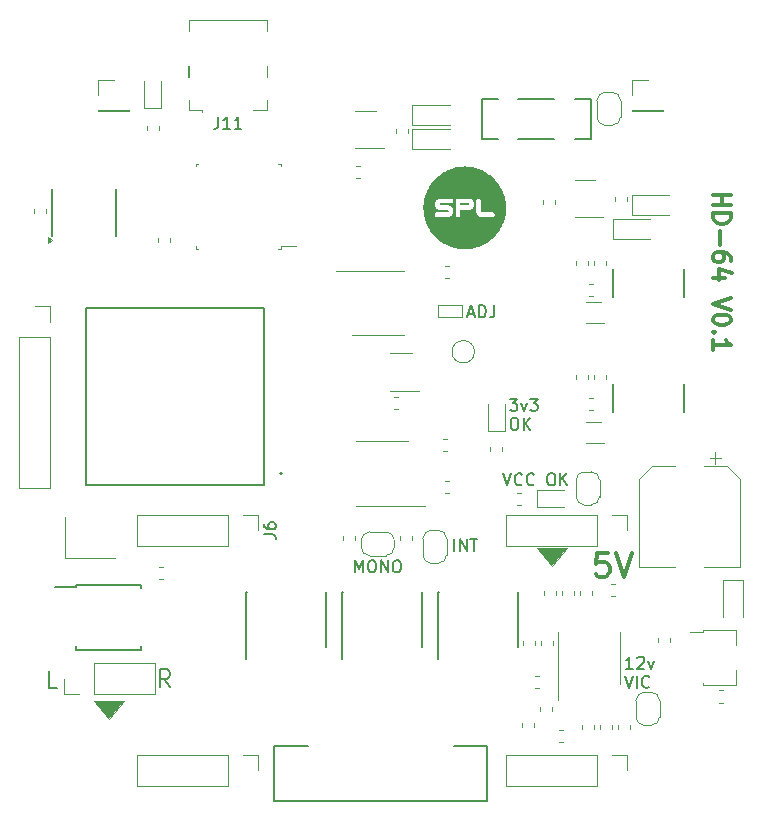
<source format=gbr>
%TF.GenerationSoftware,KiCad,Pcbnew,8.0.4*%
%TF.CreationDate,2024-11-18T22:27:40+01:00*%
%TF.ProjectId,hd_64_v0,68645f36-345f-4763-902e-6b696361645f,0.1*%
%TF.SameCoordinates,PX4737720PY55fe290*%
%TF.FileFunction,Legend,Top*%
%TF.FilePolarity,Positive*%
%FSLAX46Y46*%
G04 Gerber Fmt 4.6, Leading zero omitted, Abs format (unit mm)*
G04 Created by KiCad (PCBNEW 8.0.4) date 2024-11-18 22:27:40*
%MOMM*%
%LPD*%
G01*
G04 APERTURE LIST*
%ADD10C,0.200000*%
%ADD11C,0.120000*%
%ADD12C,0.300000*%
%ADD13C,0.150000*%
%ADD14C,0.000000*%
%ADD15C,0.127000*%
%ADD16C,0.152400*%
G04 APERTURE END LIST*
D10*
X42692435Y33984725D02*
X43311482Y33984725D01*
X43311482Y33984725D02*
X42978149Y33603773D01*
X42978149Y33603773D02*
X43121006Y33603773D01*
X43121006Y33603773D02*
X43216244Y33556154D01*
X43216244Y33556154D02*
X43263863Y33508535D01*
X43263863Y33508535D02*
X43311482Y33413297D01*
X43311482Y33413297D02*
X43311482Y33175202D01*
X43311482Y33175202D02*
X43263863Y33079964D01*
X43263863Y33079964D02*
X43216244Y33032344D01*
X43216244Y33032344D02*
X43121006Y32984725D01*
X43121006Y32984725D02*
X42835292Y32984725D01*
X42835292Y32984725D02*
X42740054Y33032344D01*
X42740054Y33032344D02*
X42692435Y33079964D01*
X43644816Y33651392D02*
X43882911Y32984725D01*
X43882911Y32984725D02*
X44121006Y33651392D01*
X44406721Y33984725D02*
X45025768Y33984725D01*
X45025768Y33984725D02*
X44692435Y33603773D01*
X44692435Y33603773D02*
X44835292Y33603773D01*
X44835292Y33603773D02*
X44930530Y33556154D01*
X44930530Y33556154D02*
X44978149Y33508535D01*
X44978149Y33508535D02*
X45025768Y33413297D01*
X45025768Y33413297D02*
X45025768Y33175202D01*
X45025768Y33175202D02*
X44978149Y33079964D01*
X44978149Y33079964D02*
X44930530Y33032344D01*
X44930530Y33032344D02*
X44835292Y32984725D01*
X44835292Y32984725D02*
X44549578Y32984725D01*
X44549578Y32984725D02*
X44454340Y33032344D01*
X44454340Y33032344D02*
X44406721Y33079964D01*
X42978149Y32374781D02*
X43168625Y32374781D01*
X43168625Y32374781D02*
X43263863Y32327162D01*
X43263863Y32327162D02*
X43359101Y32231924D01*
X43359101Y32231924D02*
X43406720Y32041448D01*
X43406720Y32041448D02*
X43406720Y31708115D01*
X43406720Y31708115D02*
X43359101Y31517639D01*
X43359101Y31517639D02*
X43263863Y31422400D01*
X43263863Y31422400D02*
X43168625Y31374781D01*
X43168625Y31374781D02*
X42978149Y31374781D01*
X42978149Y31374781D02*
X42882911Y31422400D01*
X42882911Y31422400D02*
X42787673Y31517639D01*
X42787673Y31517639D02*
X42740054Y31708115D01*
X42740054Y31708115D02*
X42740054Y32041448D01*
X42740054Y32041448D02*
X42787673Y32231924D01*
X42787673Y32231924D02*
X42882911Y32327162D01*
X42882911Y32327162D02*
X42978149Y32374781D01*
X43835292Y31374781D02*
X43835292Y32374781D01*
X44406720Y31374781D02*
X43978149Y31946210D01*
X44406720Y32374781D02*
X43835292Y31803353D01*
D11*
X8763000Y6858000D02*
X7493000Y8382000D01*
X10033000Y8382000D01*
X8763000Y6858000D01*
G36*
X8763000Y6858000D02*
G01*
X7493000Y8382000D01*
X10033000Y8382000D01*
X8763000Y6858000D01*
G37*
X46228000Y19812000D02*
X44958000Y21336000D01*
X47498000Y21336000D01*
X46228000Y19812000D01*
G36*
X46228000Y19812000D02*
G01*
X44958000Y21336000D01*
X47498000Y21336000D01*
X46228000Y19812000D01*
G37*
D12*
X51028939Y20929362D02*
X50076558Y20929362D01*
X50076558Y20929362D02*
X49981320Y19976981D01*
X49981320Y19976981D02*
X50076558Y20072220D01*
X50076558Y20072220D02*
X50267034Y20167458D01*
X50267034Y20167458D02*
X50743225Y20167458D01*
X50743225Y20167458D02*
X50933701Y20072220D01*
X50933701Y20072220D02*
X51028939Y19976981D01*
X51028939Y19976981D02*
X51124177Y19786505D01*
X51124177Y19786505D02*
X51124177Y19310315D01*
X51124177Y19310315D02*
X51028939Y19119839D01*
X51028939Y19119839D02*
X50933701Y19024600D01*
X50933701Y19024600D02*
X50743225Y18929362D01*
X50743225Y18929362D02*
X50267034Y18929362D01*
X50267034Y18929362D02*
X50076558Y19024600D01*
X50076558Y19024600D02*
X49981320Y19119839D01*
X51695606Y20929362D02*
X52362272Y18929362D01*
X52362272Y18929362D02*
X53028939Y20929362D01*
X59889171Y51261490D02*
X61389171Y51261490D01*
X60674885Y51261490D02*
X60674885Y50404347D01*
X59889171Y50404347D02*
X61389171Y50404347D01*
X59889171Y49690061D02*
X61389171Y49690061D01*
X61389171Y49690061D02*
X61389171Y49332918D01*
X61389171Y49332918D02*
X61317742Y49118632D01*
X61317742Y49118632D02*
X61174885Y48975775D01*
X61174885Y48975775D02*
X61032028Y48904346D01*
X61032028Y48904346D02*
X60746314Y48832918D01*
X60746314Y48832918D02*
X60532028Y48832918D01*
X60532028Y48832918D02*
X60246314Y48904346D01*
X60246314Y48904346D02*
X60103457Y48975775D01*
X60103457Y48975775D02*
X59960600Y49118632D01*
X59960600Y49118632D02*
X59889171Y49332918D01*
X59889171Y49332918D02*
X59889171Y49690061D01*
X60460600Y48190061D02*
X60460600Y47047203D01*
X61389171Y45690060D02*
X61389171Y45975775D01*
X61389171Y45975775D02*
X61317742Y46118632D01*
X61317742Y46118632D02*
X61246314Y46190060D01*
X61246314Y46190060D02*
X61032028Y46332918D01*
X61032028Y46332918D02*
X60746314Y46404346D01*
X60746314Y46404346D02*
X60174885Y46404346D01*
X60174885Y46404346D02*
X60032028Y46332918D01*
X60032028Y46332918D02*
X59960600Y46261489D01*
X59960600Y46261489D02*
X59889171Y46118632D01*
X59889171Y46118632D02*
X59889171Y45832918D01*
X59889171Y45832918D02*
X59960600Y45690060D01*
X59960600Y45690060D02*
X60032028Y45618632D01*
X60032028Y45618632D02*
X60174885Y45547203D01*
X60174885Y45547203D02*
X60532028Y45547203D01*
X60532028Y45547203D02*
X60674885Y45618632D01*
X60674885Y45618632D02*
X60746314Y45690060D01*
X60746314Y45690060D02*
X60817742Y45832918D01*
X60817742Y45832918D02*
X60817742Y46118632D01*
X60817742Y46118632D02*
X60746314Y46261489D01*
X60746314Y46261489D02*
X60674885Y46332918D01*
X60674885Y46332918D02*
X60532028Y46404346D01*
X60889171Y44261489D02*
X59889171Y44261489D01*
X61460600Y44618632D02*
X60389171Y44975775D01*
X60389171Y44975775D02*
X60389171Y44047204D01*
X61389171Y42547204D02*
X59889171Y42047204D01*
X59889171Y42047204D02*
X61389171Y41547204D01*
X61389171Y40761490D02*
X61389171Y40618633D01*
X61389171Y40618633D02*
X61317742Y40475776D01*
X61317742Y40475776D02*
X61246314Y40404347D01*
X61246314Y40404347D02*
X61103457Y40332919D01*
X61103457Y40332919D02*
X60817742Y40261490D01*
X60817742Y40261490D02*
X60460600Y40261490D01*
X60460600Y40261490D02*
X60174885Y40332919D01*
X60174885Y40332919D02*
X60032028Y40404347D01*
X60032028Y40404347D02*
X59960600Y40475776D01*
X59960600Y40475776D02*
X59889171Y40618633D01*
X59889171Y40618633D02*
X59889171Y40761490D01*
X59889171Y40761490D02*
X59960600Y40904347D01*
X59960600Y40904347D02*
X60032028Y40975776D01*
X60032028Y40975776D02*
X60174885Y41047205D01*
X60174885Y41047205D02*
X60460600Y41118633D01*
X60460600Y41118633D02*
X60817742Y41118633D01*
X60817742Y41118633D02*
X61103457Y41047205D01*
X61103457Y41047205D02*
X61246314Y40975776D01*
X61246314Y40975776D02*
X61317742Y40904347D01*
X61317742Y40904347D02*
X61389171Y40761490D01*
X60032028Y39618634D02*
X59960600Y39547205D01*
X59960600Y39547205D02*
X59889171Y39618634D01*
X59889171Y39618634D02*
X59960600Y39690062D01*
X59960600Y39690062D02*
X60032028Y39618634D01*
X60032028Y39618634D02*
X59889171Y39618634D01*
X59889171Y38118633D02*
X59889171Y38975776D01*
X59889171Y38547205D02*
X61389171Y38547205D01*
X61389171Y38547205D02*
X61174885Y38690062D01*
X61174885Y38690062D02*
X61032028Y38832919D01*
X61032028Y38832919D02*
X60960600Y38975776D01*
D10*
X4378006Y9464972D02*
X3663720Y9464972D01*
X3663720Y9464972D02*
X3663720Y10964972D01*
X53090482Y11140725D02*
X52519054Y11140725D01*
X52804768Y11140725D02*
X52804768Y12140725D01*
X52804768Y12140725D02*
X52709530Y11997868D01*
X52709530Y11997868D02*
X52614292Y11902630D01*
X52614292Y11902630D02*
X52519054Y11855011D01*
X53471435Y12045487D02*
X53519054Y12093106D01*
X53519054Y12093106D02*
X53614292Y12140725D01*
X53614292Y12140725D02*
X53852387Y12140725D01*
X53852387Y12140725D02*
X53947625Y12093106D01*
X53947625Y12093106D02*
X53995244Y12045487D01*
X53995244Y12045487D02*
X54042863Y11950249D01*
X54042863Y11950249D02*
X54042863Y11855011D01*
X54042863Y11855011D02*
X53995244Y11712154D01*
X53995244Y11712154D02*
X53423816Y11140725D01*
X53423816Y11140725D02*
X54042863Y11140725D01*
X54376197Y11807392D02*
X54614292Y11140725D01*
X54614292Y11140725D02*
X54852387Y11807392D01*
X52423816Y10530781D02*
X52757149Y9530781D01*
X52757149Y9530781D02*
X53090482Y10530781D01*
X53423816Y9530781D02*
X53423816Y10530781D01*
X54471434Y9626020D02*
X54423815Y9578400D01*
X54423815Y9578400D02*
X54280958Y9530781D01*
X54280958Y9530781D02*
X54185720Y9530781D01*
X54185720Y9530781D02*
X54042863Y9578400D01*
X54042863Y9578400D02*
X53947625Y9673639D01*
X53947625Y9673639D02*
X53900006Y9768877D01*
X53900006Y9768877D02*
X53852387Y9959353D01*
X53852387Y9959353D02*
X53852387Y10102210D01*
X53852387Y10102210D02*
X53900006Y10292686D01*
X53900006Y10292686D02*
X53947625Y10387924D01*
X53947625Y10387924D02*
X54042863Y10483162D01*
X54042863Y10483162D02*
X54185720Y10530781D01*
X54185720Y10530781D02*
X54280958Y10530781D01*
X54280958Y10530781D02*
X54423815Y10483162D01*
X54423815Y10483162D02*
X54471434Y10435543D01*
X39184054Y41185496D02*
X39660244Y41185496D01*
X39088816Y40899781D02*
X39422149Y41899781D01*
X39422149Y41899781D02*
X39755482Y40899781D01*
X40088816Y40899781D02*
X40088816Y41899781D01*
X40088816Y41899781D02*
X40326911Y41899781D01*
X40326911Y41899781D02*
X40469768Y41852162D01*
X40469768Y41852162D02*
X40565006Y41756924D01*
X40565006Y41756924D02*
X40612625Y41661686D01*
X40612625Y41661686D02*
X40660244Y41471210D01*
X40660244Y41471210D02*
X40660244Y41328353D01*
X40660244Y41328353D02*
X40612625Y41137877D01*
X40612625Y41137877D02*
X40565006Y41042639D01*
X40565006Y41042639D02*
X40469768Y40947400D01*
X40469768Y40947400D02*
X40326911Y40899781D01*
X40326911Y40899781D02*
X40088816Y40899781D01*
X41374530Y41899781D02*
X41374530Y41185496D01*
X41374530Y41185496D02*
X41326911Y41042639D01*
X41326911Y41042639D02*
X41231673Y40947400D01*
X41231673Y40947400D02*
X41088816Y40899781D01*
X41088816Y40899781D02*
X40993578Y40899781D01*
X37961673Y21087781D02*
X37961673Y22087781D01*
X38437863Y21087781D02*
X38437863Y22087781D01*
X38437863Y22087781D02*
X39009291Y21087781D01*
X39009291Y21087781D02*
X39009291Y22087781D01*
X39342625Y22087781D02*
X39914053Y22087781D01*
X39628339Y21087781D02*
X39628339Y22087781D01*
X42136816Y27675781D02*
X42470149Y26675781D01*
X42470149Y26675781D02*
X42803482Y27675781D01*
X43708244Y26771020D02*
X43660625Y26723400D01*
X43660625Y26723400D02*
X43517768Y26675781D01*
X43517768Y26675781D02*
X43422530Y26675781D01*
X43422530Y26675781D02*
X43279673Y26723400D01*
X43279673Y26723400D02*
X43184435Y26818639D01*
X43184435Y26818639D02*
X43136816Y26913877D01*
X43136816Y26913877D02*
X43089197Y27104353D01*
X43089197Y27104353D02*
X43089197Y27247210D01*
X43089197Y27247210D02*
X43136816Y27437686D01*
X43136816Y27437686D02*
X43184435Y27532924D01*
X43184435Y27532924D02*
X43279673Y27628162D01*
X43279673Y27628162D02*
X43422530Y27675781D01*
X43422530Y27675781D02*
X43517768Y27675781D01*
X43517768Y27675781D02*
X43660625Y27628162D01*
X43660625Y27628162D02*
X43708244Y27580543D01*
X44708244Y26771020D02*
X44660625Y26723400D01*
X44660625Y26723400D02*
X44517768Y26675781D01*
X44517768Y26675781D02*
X44422530Y26675781D01*
X44422530Y26675781D02*
X44279673Y26723400D01*
X44279673Y26723400D02*
X44184435Y26818639D01*
X44184435Y26818639D02*
X44136816Y26913877D01*
X44136816Y26913877D02*
X44089197Y27104353D01*
X44089197Y27104353D02*
X44089197Y27247210D01*
X44089197Y27247210D02*
X44136816Y27437686D01*
X44136816Y27437686D02*
X44184435Y27532924D01*
X44184435Y27532924D02*
X44279673Y27628162D01*
X44279673Y27628162D02*
X44422530Y27675781D01*
X44422530Y27675781D02*
X44517768Y27675781D01*
X44517768Y27675781D02*
X44660625Y27628162D01*
X44660625Y27628162D02*
X44708244Y27580543D01*
X46089197Y27675781D02*
X46279673Y27675781D01*
X46279673Y27675781D02*
X46374911Y27628162D01*
X46374911Y27628162D02*
X46470149Y27532924D01*
X46470149Y27532924D02*
X46517768Y27342448D01*
X46517768Y27342448D02*
X46517768Y27009115D01*
X46517768Y27009115D02*
X46470149Y26818639D01*
X46470149Y26818639D02*
X46374911Y26723400D01*
X46374911Y26723400D02*
X46279673Y26675781D01*
X46279673Y26675781D02*
X46089197Y26675781D01*
X46089197Y26675781D02*
X45993959Y26723400D01*
X45993959Y26723400D02*
X45898721Y26818639D01*
X45898721Y26818639D02*
X45851102Y27009115D01*
X45851102Y27009115D02*
X45851102Y27342448D01*
X45851102Y27342448D02*
X45898721Y27532924D01*
X45898721Y27532924D02*
X45993959Y27628162D01*
X45993959Y27628162D02*
X46089197Y27675781D01*
X46946340Y26675781D02*
X46946340Y27675781D01*
X47517768Y26675781D02*
X47089197Y27247210D01*
X47517768Y27675781D02*
X46946340Y27104353D01*
X29579673Y19309781D02*
X29579673Y20309781D01*
X29579673Y20309781D02*
X29913006Y19595496D01*
X29913006Y19595496D02*
X30246339Y20309781D01*
X30246339Y20309781D02*
X30246339Y19309781D01*
X30913006Y20309781D02*
X31103482Y20309781D01*
X31103482Y20309781D02*
X31198720Y20262162D01*
X31198720Y20262162D02*
X31293958Y20166924D01*
X31293958Y20166924D02*
X31341577Y19976448D01*
X31341577Y19976448D02*
X31341577Y19643115D01*
X31341577Y19643115D02*
X31293958Y19452639D01*
X31293958Y19452639D02*
X31198720Y19357400D01*
X31198720Y19357400D02*
X31103482Y19309781D01*
X31103482Y19309781D02*
X30913006Y19309781D01*
X30913006Y19309781D02*
X30817768Y19357400D01*
X30817768Y19357400D02*
X30722530Y19452639D01*
X30722530Y19452639D02*
X30674911Y19643115D01*
X30674911Y19643115D02*
X30674911Y19976448D01*
X30674911Y19976448D02*
X30722530Y20166924D01*
X30722530Y20166924D02*
X30817768Y20262162D01*
X30817768Y20262162D02*
X30913006Y20309781D01*
X31770149Y19309781D02*
X31770149Y20309781D01*
X31770149Y20309781D02*
X32341577Y19309781D01*
X32341577Y19309781D02*
X32341577Y20309781D01*
X33008244Y20309781D02*
X33198720Y20309781D01*
X33198720Y20309781D02*
X33293958Y20262162D01*
X33293958Y20262162D02*
X33389196Y20166924D01*
X33389196Y20166924D02*
X33436815Y19976448D01*
X33436815Y19976448D02*
X33436815Y19643115D01*
X33436815Y19643115D02*
X33389196Y19452639D01*
X33389196Y19452639D02*
X33293958Y19357400D01*
X33293958Y19357400D02*
X33198720Y19309781D01*
X33198720Y19309781D02*
X33008244Y19309781D01*
X33008244Y19309781D02*
X32913006Y19357400D01*
X32913006Y19357400D02*
X32817768Y19452639D01*
X32817768Y19452639D02*
X32770149Y19643115D01*
X32770149Y19643115D02*
X32770149Y19976448D01*
X32770149Y19976448D02*
X32817768Y20166924D01*
X32817768Y20166924D02*
X32913006Y20262162D01*
X32913006Y20262162D02*
X33008244Y20309781D01*
X13918863Y9591972D02*
X13418863Y10306258D01*
X13061720Y9591972D02*
X13061720Y11091972D01*
X13061720Y11091972D02*
X13633149Y11091972D01*
X13633149Y11091972D02*
X13776006Y11020543D01*
X13776006Y11020543D02*
X13847435Y10949115D01*
X13847435Y10949115D02*
X13918863Y10806258D01*
X13918863Y10806258D02*
X13918863Y10591972D01*
X13918863Y10591972D02*
X13847435Y10449115D01*
X13847435Y10449115D02*
X13776006Y10377686D01*
X13776006Y10377686D02*
X13633149Y10306258D01*
X13633149Y10306258D02*
X13061720Y10306258D01*
D13*
X17986476Y57872181D02*
X17986476Y57157896D01*
X17986476Y57157896D02*
X17938857Y57015039D01*
X17938857Y57015039D02*
X17843619Y56919800D01*
X17843619Y56919800D02*
X17700762Y56872181D01*
X17700762Y56872181D02*
X17605524Y56872181D01*
X18986476Y56872181D02*
X18415048Y56872181D01*
X18700762Y56872181D02*
X18700762Y57872181D01*
X18700762Y57872181D02*
X18605524Y57729324D01*
X18605524Y57729324D02*
X18510286Y57634086D01*
X18510286Y57634086D02*
X18415048Y57586467D01*
X19938857Y56872181D02*
X19367429Y56872181D01*
X19653143Y56872181D02*
X19653143Y57872181D01*
X19653143Y57872181D02*
X19557905Y57729324D01*
X19557905Y57729324D02*
X19462667Y57634086D01*
X19462667Y57634086D02*
X19367429Y57586467D01*
X21850819Y22526667D02*
X22565104Y22526667D01*
X22565104Y22526667D02*
X22707961Y22479048D01*
X22707961Y22479048D02*
X22803200Y22383810D01*
X22803200Y22383810D02*
X22850819Y22240953D01*
X22850819Y22240953D02*
X22850819Y22145715D01*
X21850819Y23431429D02*
X21850819Y23240953D01*
X21850819Y23240953D02*
X21898438Y23145715D01*
X21898438Y23145715D02*
X21946057Y23098096D01*
X21946057Y23098096D02*
X22088914Y23002858D01*
X22088914Y23002858D02*
X22279390Y22955239D01*
X22279390Y22955239D02*
X22660342Y22955239D01*
X22660342Y22955239D02*
X22755580Y23002858D01*
X22755580Y23002858D02*
X22803200Y23050477D01*
X22803200Y23050477D02*
X22850819Y23145715D01*
X22850819Y23145715D02*
X22850819Y23336191D01*
X22850819Y23336191D02*
X22803200Y23431429D01*
X22803200Y23431429D02*
X22755580Y23479048D01*
X22755580Y23479048D02*
X22660342Y23526667D01*
X22660342Y23526667D02*
X22422247Y23526667D01*
X22422247Y23526667D02*
X22327009Y23479048D01*
X22327009Y23479048D02*
X22279390Y23431429D01*
X22279390Y23431429D02*
X22231771Y23336191D01*
X22231771Y23336191D02*
X22231771Y23145715D01*
X22231771Y23145715D02*
X22279390Y23050477D01*
X22279390Y23050477D02*
X22327009Y23002858D01*
X22327009Y23002858D02*
X22422247Y22955239D01*
D11*
X51354000Y57147000D02*
X50754000Y57147000D01*
X50054000Y57847000D02*
X50054000Y59247000D01*
X52054000Y59247000D02*
X52054000Y57847000D01*
X50754000Y59947000D02*
X51354000Y59947000D01*
X50754000Y57147000D02*
G75*
G02*
X50054000Y57847000I-1J699999D01*
G01*
X52054000Y57847000D02*
G75*
G02*
X51354000Y57147000I-699999J-1D01*
G01*
X50054000Y59247000D02*
G75*
G02*
X50754000Y59947000I700000J0D01*
G01*
X51354000Y59947000D02*
G75*
G02*
X52054000Y59247000I0J-700000D01*
G01*
X43813000Y13497779D02*
X43813000Y13172221D01*
X44833000Y13497779D02*
X44833000Y13172221D01*
X45337000Y13497779D02*
X45337000Y13172221D01*
X46357000Y13497779D02*
X46357000Y13172221D01*
X44795221Y9523000D02*
X45120779Y9523000D01*
X44795221Y10543000D02*
X45120779Y10543000D01*
X2414000Y49707221D02*
X2414000Y50032779D01*
X3434000Y49707221D02*
X3434000Y50032779D01*
D14*
G36*
X38835798Y50542479D02*
G01*
X39182954Y50541858D01*
X39198403Y50534252D01*
X39215456Y50523732D01*
X39229011Y50510454D01*
X39239748Y50493739D01*
X39240587Y50492068D01*
X39244335Y50483987D01*
X39246604Y50477311D01*
X39247755Y50470297D01*
X39248152Y50461203D01*
X39248181Y50455568D01*
X39247986Y50444670D01*
X39247181Y50436665D01*
X39245416Y50429786D01*
X39242338Y50422265D01*
X39240978Y50419350D01*
X39230884Y50402962D01*
X39217502Y50388649D01*
X39201937Y50377540D01*
X39198197Y50375573D01*
X39185188Y50369180D01*
X38836915Y50368559D01*
X38488642Y50367939D01*
X38488642Y50455519D01*
X38488642Y50543099D01*
X38835798Y50542479D01*
G37*
G36*
X38964041Y53662572D02*
G01*
X39052940Y53659090D01*
X39123351Y53654617D01*
X39251305Y53642664D01*
X39378302Y53626154D01*
X39504259Y53605113D01*
X39629095Y53579565D01*
X39752730Y53549536D01*
X39875081Y53515051D01*
X39996067Y53476136D01*
X40115608Y53432815D01*
X40233622Y53385114D01*
X40350028Y53333059D01*
X40464744Y53276674D01*
X40577689Y53215984D01*
X40629405Y53186409D01*
X40737597Y53120635D01*
X40843228Y53050992D01*
X40946196Y52977573D01*
X41046402Y52900475D01*
X41143744Y52819792D01*
X41238122Y52735620D01*
X41329436Y52648053D01*
X41417585Y52557186D01*
X41502469Y52463115D01*
X41583987Y52365935D01*
X41662039Y52265741D01*
X41736524Y52162628D01*
X41782160Y52095324D01*
X41832214Y52017837D01*
X41878669Y51942148D01*
X41921897Y51867607D01*
X41962271Y51793560D01*
X42000162Y51719355D01*
X42020066Y51678266D01*
X42073301Y51561233D01*
X42121941Y51443752D01*
X42166030Y51325658D01*
X42205608Y51206782D01*
X42240721Y51086957D01*
X42271410Y50966016D01*
X42297719Y50843792D01*
X42319690Y50720119D01*
X42337367Y50594828D01*
X42350793Y50467753D01*
X42358725Y50361013D01*
X42359646Y50342463D01*
X42360430Y50319923D01*
X42361079Y50294026D01*
X42361593Y50265407D01*
X42361971Y50234699D01*
X42362214Y50202535D01*
X42362321Y50169550D01*
X42362293Y50136376D01*
X42362130Y50103648D01*
X42361833Y50071999D01*
X42361400Y50042063D01*
X42360832Y50014474D01*
X42360130Y49989865D01*
X42359293Y49968870D01*
X42358668Y49957320D01*
X42348386Y49828271D01*
X42333593Y49700331D01*
X42314311Y49573563D01*
X42290559Y49448034D01*
X42262360Y49323808D01*
X42229733Y49200952D01*
X42192700Y49079529D01*
X42151281Y48959606D01*
X42105498Y48841248D01*
X42055371Y48724519D01*
X42000920Y48609487D01*
X41942168Y48496215D01*
X41879133Y48384769D01*
X41832993Y48308711D01*
X41763882Y48202328D01*
X41690923Y48098560D01*
X41614188Y47997491D01*
X41533749Y47899203D01*
X41449677Y47803778D01*
X41362045Y47711300D01*
X41270924Y47621850D01*
X41176385Y47535511D01*
X41113815Y47481668D01*
X41016592Y47402834D01*
X40917098Y47327914D01*
X40814947Y47256632D01*
X40709751Y47188714D01*
X40660845Y47158892D01*
X40550302Y47095390D01*
X40437750Y47036080D01*
X40323301Y46980995D01*
X40207066Y46930170D01*
X40089156Y46883639D01*
X39969682Y46841436D01*
X39848756Y46803594D01*
X39726488Y46770148D01*
X39602990Y46741131D01*
X39478374Y46716578D01*
X39352750Y46696522D01*
X39226230Y46680998D01*
X39098924Y46670039D01*
X39051013Y46667114D01*
X39040100Y46666673D01*
X39025061Y46666289D01*
X39006435Y46665961D01*
X38984760Y46665691D01*
X38960577Y46665476D01*
X38934424Y46665318D01*
X38906843Y46665215D01*
X38878371Y46665168D01*
X38849549Y46665176D01*
X38820917Y46665239D01*
X38793013Y46665356D01*
X38766377Y46665528D01*
X38741550Y46665753D01*
X38719069Y46666032D01*
X38699475Y46666365D01*
X38683308Y46666750D01*
X38671107Y46667188D01*
X38668321Y46667328D01*
X38542828Y46676599D01*
X38417502Y46690492D01*
X38292538Y46708964D01*
X38168128Y46731969D01*
X38044467Y46759464D01*
X37921749Y46791404D01*
X37800166Y46827745D01*
X37679912Y46868443D01*
X37561182Y46913453D01*
X37520245Y46930125D01*
X37423010Y46972310D01*
X37325711Y47018190D01*
X37229094Y47067357D01*
X37133906Y47119399D01*
X37040892Y47173907D01*
X36950799Y47230470D01*
X36864373Y47288680D01*
X36852868Y47296754D01*
X36763768Y47361547D01*
X36678404Y47427677D01*
X36595879Y47495894D01*
X36515300Y47566947D01*
X36435771Y47641586D01*
X36402865Y47673791D01*
X36316421Y47762225D01*
X36234181Y47852211D01*
X36155845Y47944133D01*
X36081118Y48038376D01*
X36009700Y48135323D01*
X35941296Y48235358D01*
X35875607Y48338865D01*
X35835082Y48406718D01*
X35773849Y48516292D01*
X35716655Y48628129D01*
X35663550Y48742072D01*
X35614584Y48857960D01*
X35569807Y48975636D01*
X35529268Y49094940D01*
X35493018Y49215714D01*
X35461106Y49337799D01*
X35433583Y49461036D01*
X35410498Y49585266D01*
X35391901Y49710331D01*
X35377843Y49836072D01*
X35374760Y49870981D01*
X35372865Y49894420D01*
X35371229Y49916309D01*
X35369811Y49937446D01*
X35368571Y49958626D01*
X35367468Y49980645D01*
X35366462Y50004298D01*
X35365512Y50030383D01*
X35364578Y50059695D01*
X35363807Y50086290D01*
X35362694Y50208849D01*
X35366213Y50331971D01*
X35373834Y50447602D01*
X36326447Y50447602D01*
X36326982Y50423496D01*
X36328324Y50401213D01*
X36330481Y50382017D01*
X36330988Y50378799D01*
X36341213Y50331163D01*
X36355619Y50285394D01*
X36374039Y50241699D01*
X36396304Y50200287D01*
X36422245Y50161365D01*
X36451695Y50125143D01*
X36484485Y50091826D01*
X36520446Y50061625D01*
X36559410Y50034746D01*
X36601208Y50011398D01*
X36643692Y49992559D01*
X36668745Y49983779D01*
X36696746Y49975737D01*
X36725984Y49968895D01*
X36745572Y49965182D01*
X36749270Y49964598D01*
X36753333Y49964068D01*
X36758005Y49963588D01*
X36763529Y49963155D01*
X36770147Y49962764D01*
X36778103Y49962413D01*
X36787640Y49962097D01*
X36799001Y49961812D01*
X36812428Y49961555D01*
X36828166Y49961322D01*
X36846456Y49961110D01*
X36867542Y49960914D01*
X36891668Y49960731D01*
X36919075Y49960557D01*
X36950008Y49960389D01*
X36984708Y49960223D01*
X37023420Y49960054D01*
X37066385Y49959879D01*
X37099051Y49959752D01*
X37145378Y49959579D01*
X37187274Y49959428D01*
X37224973Y49959287D01*
X37258710Y49959146D01*
X37288722Y49958995D01*
X37315243Y49958823D01*
X37338508Y49958618D01*
X37358753Y49958371D01*
X37376212Y49958071D01*
X37391122Y49957707D01*
X37403717Y49957268D01*
X37414232Y49956744D01*
X37422903Y49956125D01*
X37429965Y49955399D01*
X37435653Y49954555D01*
X37440202Y49953584D01*
X37443847Y49952475D01*
X37446825Y49951216D01*
X37449369Y49949798D01*
X37451715Y49948209D01*
X37454098Y49946439D01*
X37456754Y49944478D01*
X37458165Y49943486D01*
X37469988Y49933827D01*
X37479443Y49922341D01*
X37487662Y49907642D01*
X37488031Y49906862D01*
X37491962Y49897366D01*
X37494042Y49888691D01*
X37494791Y49878424D01*
X37494831Y49875284D01*
X37494603Y49862834D01*
X37493492Y49853224D01*
X37491083Y49844649D01*
X37486958Y49835306D01*
X37484517Y49830534D01*
X37474717Y49816213D01*
X37461664Y49803517D01*
X37446760Y49793714D01*
X37440907Y49791014D01*
X37428073Y49785808D01*
X36963709Y49784568D01*
X36499345Y49783327D01*
X36482166Y49778316D01*
X36452145Y49767330D01*
X36424893Y49752842D01*
X36400628Y49735134D01*
X36379568Y49714491D01*
X36361932Y49691197D01*
X36347939Y49665536D01*
X36337806Y49637791D01*
X36331753Y49608247D01*
X36329973Y49580461D01*
X36332214Y49549525D01*
X36338815Y49519970D01*
X36349595Y49492107D01*
X36364373Y49466244D01*
X36382967Y49442690D01*
X36405195Y49421756D01*
X36430877Y49403749D01*
X36435174Y49401229D01*
X36444229Y49396818D01*
X36456340Y49391962D01*
X36469994Y49387175D01*
X36483680Y49382971D01*
X36495887Y49379865D01*
X36500776Y49378914D01*
X36504388Y49378698D01*
X36512451Y49378486D01*
X36524749Y49378279D01*
X36541065Y49378078D01*
X36561183Y49377885D01*
X36584889Y49377700D01*
X36611964Y49377525D01*
X36642193Y49377360D01*
X36675361Y49377208D01*
X36711250Y49377068D01*
X36749646Y49376942D01*
X36790331Y49376831D01*
X36833089Y49376736D01*
X36877705Y49376658D01*
X36923962Y49376598D01*
X36971645Y49376557D01*
X36976613Y49376554D01*
X37032223Y49376525D01*
X37083364Y49376506D01*
X37130234Y49376499D01*
X37173030Y49376505D01*
X37211952Y49376526D01*
X37247196Y49376562D01*
X37278961Y49376616D01*
X37307444Y49376688D01*
X37332844Y49376780D01*
X37355358Y49376893D01*
X37375185Y49377028D01*
X37392522Y49377187D01*
X37407567Y49377372D01*
X37420518Y49377582D01*
X37431573Y49377821D01*
X37440931Y49378088D01*
X37448788Y49378386D01*
X37455343Y49378716D01*
X37460794Y49379079D01*
X37465339Y49379476D01*
X37468754Y49379856D01*
X37516464Y49388065D01*
X37562616Y49400662D01*
X37607099Y49417596D01*
X37649799Y49438817D01*
X37690604Y49464275D01*
X37729401Y49493921D01*
X37734175Y49497980D01*
X37766159Y49528424D01*
X37795600Y49562344D01*
X37822151Y49599152D01*
X37845465Y49638259D01*
X37865194Y49679076D01*
X37880991Y49721013D01*
X37892508Y49763482D01*
X37893510Y49768213D01*
X37901230Y49816719D01*
X37904396Y49864758D01*
X37903041Y49912147D01*
X37897201Y49958699D01*
X37886911Y50004230D01*
X37872205Y50048554D01*
X37853119Y50091488D01*
X37829686Y50132846D01*
X37822687Y50143617D01*
X37797651Y50178027D01*
X37770087Y50210313D01*
X37740833Y50239549D01*
X37740584Y50239763D01*
X38080285Y50239763D01*
X38080286Y50176877D01*
X38080287Y50167932D01*
X38080301Y50098066D01*
X38080332Y50032155D01*
X38080382Y49970245D01*
X38080449Y49912382D01*
X38080533Y49858613D01*
X38080635Y49808983D01*
X38080754Y49763541D01*
X38080890Y49722331D01*
X38081043Y49685401D01*
X38081212Y49652796D01*
X38081397Y49624563D01*
X38081599Y49600749D01*
X38081817Y49581400D01*
X38082050Y49566562D01*
X38082299Y49556282D01*
X38082564Y49550607D01*
X38082661Y49549712D01*
X38089848Y49519281D01*
X38101202Y49490950D01*
X38116708Y49464745D01*
X38136355Y49440692D01*
X38145595Y49431466D01*
X38167020Y49413476D01*
X38189226Y49399497D01*
X38213375Y49388887D01*
X38234292Y49382542D01*
X38243810Y49380171D01*
X38251360Y49378549D01*
X38258190Y49377564D01*
X38265549Y49377105D01*
X38274686Y49377060D01*
X38286848Y49377319D01*
X38291463Y49377445D01*
X38309617Y49378337D01*
X38324029Y49379961D01*
X38335582Y49382420D01*
X38336966Y49382821D01*
X38359883Y49390569D01*
X38379449Y49399329D01*
X38396974Y49409839D01*
X38413766Y49422834D01*
X38423330Y49431466D01*
X38443022Y49452436D01*
X38458990Y49474935D01*
X38471798Y49499875D01*
X38481016Y49524932D01*
X38487433Y49545459D01*
X38488121Y49752500D01*
X38488340Y49818477D01*
X38488809Y49959540D01*
X38851000Y49960250D01*
X38900168Y49960344D01*
X38944909Y49960428D01*
X38985462Y49960511D01*
X39022066Y49960603D01*
X39054961Y49960712D01*
X39084386Y49960846D01*
X39110580Y49961014D01*
X39133784Y49961224D01*
X39154235Y49961486D01*
X39172174Y49961808D01*
X39187840Y49962199D01*
X39201473Y49962667D01*
X39213311Y49963221D01*
X39223595Y49963870D01*
X39232563Y49964622D01*
X39240456Y49965486D01*
X39247512Y49966470D01*
X39253970Y49967584D01*
X39260071Y49968836D01*
X39266054Y49970234D01*
X39272157Y49971788D01*
X39278621Y49973505D01*
X39285685Y49975395D01*
X39288176Y49976055D01*
X39334144Y49990546D01*
X39378042Y50009176D01*
X39419690Y50031813D01*
X39458906Y50058328D01*
X39495509Y50088590D01*
X39529318Y50122470D01*
X39560152Y50159838D01*
X39576739Y50183264D01*
X39587847Y50201276D01*
X39599373Y50222439D01*
X39610650Y50245367D01*
X39621010Y50268672D01*
X39629786Y50290965D01*
X39633056Y50300342D01*
X39645201Y50344084D01*
X39653238Y50389405D01*
X39657139Y50435622D01*
X39656877Y50482050D01*
X39652425Y50528004D01*
X39643844Y50572446D01*
X39630302Y50618262D01*
X39612661Y50662081D01*
X39591136Y50703681D01*
X39565943Y50742844D01*
X39537298Y50779349D01*
X39534588Y50782207D01*
X39831564Y50782207D01*
X39831564Y50300342D01*
X39831564Y49818477D01*
X39837019Y49788280D01*
X39847667Y49740957D01*
X39862105Y49696177D01*
X39880477Y49653574D01*
X39902929Y49612777D01*
X39910266Y49601166D01*
X39937810Y49563012D01*
X39968737Y49527813D01*
X40002726Y49495770D01*
X40039459Y49467086D01*
X40078615Y49441962D01*
X40119873Y49420600D01*
X40162915Y49403201D01*
X40207421Y49389968D01*
X40253069Y49381102D01*
X40260925Y49380043D01*
X40266534Y49379632D01*
X40276474Y49379243D01*
X40290471Y49378878D01*
X40308248Y49378536D01*
X40329531Y49378218D01*
X40354046Y49377923D01*
X40381516Y49377651D01*
X40411668Y49377404D01*
X40444225Y49377180D01*
X40478913Y49376981D01*
X40515457Y49376805D01*
X40553582Y49376654D01*
X40593013Y49376528D01*
X40633475Y49376425D01*
X40674692Y49376348D01*
X40716390Y49376295D01*
X40758294Y49376267D01*
X40800128Y49376264D01*
X40841618Y49376287D01*
X40882489Y49376334D01*
X40922465Y49376407D01*
X40961272Y49376506D01*
X40998634Y49376630D01*
X41034277Y49376780D01*
X41067926Y49376956D01*
X41099304Y49377158D01*
X41128139Y49377386D01*
X41154153Y49377640D01*
X41177073Y49377921D01*
X41196623Y49378228D01*
X41212529Y49378562D01*
X41224515Y49378922D01*
X41232306Y49379310D01*
X41235156Y49379604D01*
X41265530Y49387342D01*
X41293640Y49399052D01*
X41319233Y49414495D01*
X41342060Y49433432D01*
X41361870Y49455624D01*
X41378412Y49480834D01*
X41391435Y49508823D01*
X41400002Y49536445D01*
X41402556Y49551633D01*
X41403806Y49569648D01*
X41403776Y49588846D01*
X41402487Y49607580D01*
X41399962Y49624204D01*
X41398726Y49629465D01*
X41388505Y49659351D01*
X41374441Y49686734D01*
X41356778Y49711367D01*
X41335760Y49733004D01*
X41311630Y49751396D01*
X41284632Y49766297D01*
X41255008Y49777459D01*
X41252142Y49778294D01*
X41233989Y49783459D01*
X40769625Y49784634D01*
X40714688Y49784774D01*
X40664224Y49784909D01*
X40618039Y49785039D01*
X40575941Y49785168D01*
X40537735Y49785296D01*
X40503227Y49785426D01*
X40472225Y49785561D01*
X40444533Y49785701D01*
X40419960Y49785850D01*
X40398310Y49786010D01*
X40379391Y49786182D01*
X40363009Y49786370D01*
X40348970Y49786573D01*
X40337080Y49786796D01*
X40327145Y49787040D01*
X40318973Y49787307D01*
X40312369Y49787600D01*
X40307140Y49787920D01*
X40303092Y49788269D01*
X40300031Y49788650D01*
X40297764Y49789064D01*
X40296098Y49789515D01*
X40295319Y49789797D01*
X40277048Y49799497D01*
X40261776Y49812752D01*
X40249445Y49829617D01*
X40244882Y49838312D01*
X40239924Y49848812D01*
X40238757Y50315510D01*
X40237590Y50782207D01*
X40231145Y50802759D01*
X40219822Y50832210D01*
X40205214Y50858546D01*
X40187043Y50882221D01*
X40174417Y50895238D01*
X40151069Y50914311D01*
X40125433Y50929570D01*
X40098026Y50940869D01*
X40069363Y50948058D01*
X40039961Y50950989D01*
X40010335Y50949513D01*
X39994908Y50946933D01*
X39965272Y50938733D01*
X39938473Y50927014D01*
X39914007Y50911515D01*
X39894737Y50895238D01*
X39874311Y50872932D01*
X39857615Y50848235D01*
X39844370Y50820694D01*
X39838010Y50802759D01*
X39831564Y50782207D01*
X39534588Y50782207D01*
X39505416Y50812976D01*
X39470513Y50843506D01*
X39432804Y50870719D01*
X39392506Y50894394D01*
X39349833Y50914312D01*
X39305002Y50930252D01*
X39288348Y50934982D01*
X39281940Y50936716D01*
X39276166Y50938313D01*
X39270824Y50939780D01*
X39265713Y50941121D01*
X39260630Y50942344D01*
X39255373Y50943452D01*
X39249741Y50944452D01*
X39243532Y50945350D01*
X39236544Y50946150D01*
X39228574Y50946858D01*
X39219422Y50947480D01*
X39208884Y50948021D01*
X39196760Y50948487D01*
X39182846Y50948883D01*
X39166942Y50949216D01*
X39148845Y50949489D01*
X39128354Y50949710D01*
X39105266Y50949883D01*
X39079380Y50950015D01*
X39050493Y50950109D01*
X39018404Y50950173D01*
X38982911Y50950212D01*
X38943811Y50950231D01*
X38900904Y50950235D01*
X38853987Y50950231D01*
X38802857Y50950223D01*
X38747314Y50950218D01*
X38732492Y50950218D01*
X38249460Y50950218D01*
X38231137Y50944910D01*
X38201912Y50934158D01*
X38175059Y50919686D01*
X38150888Y50901823D01*
X38129712Y50880899D01*
X38111842Y50857243D01*
X38097590Y50831186D01*
X38087265Y50803057D01*
X38083772Y50788797D01*
X38083401Y50786593D01*
X38083057Y50783590D01*
X38082739Y50779619D01*
X38082445Y50774515D01*
X38082174Y50768110D01*
X38081927Y50760236D01*
X38081701Y50750727D01*
X38081496Y50739415D01*
X38081311Y50726133D01*
X38081145Y50710715D01*
X38080997Y50692992D01*
X38080866Y50672799D01*
X38080751Y50649966D01*
X38080652Y50624329D01*
X38080566Y50595719D01*
X38080494Y50563969D01*
X38080435Y50528912D01*
X38080387Y50490380D01*
X38080349Y50448208D01*
X38080321Y50402227D01*
X38080302Y50352271D01*
X38080290Y50298172D01*
X38080285Y50239763D01*
X37740584Y50239763D01*
X37718592Y50258675D01*
X37686113Y50282321D01*
X37650501Y50303963D01*
X37612894Y50323034D01*
X37574431Y50338966D01*
X37536251Y50351192D01*
X37529579Y50352934D01*
X37522284Y50354790D01*
X37515691Y50356470D01*
X37509548Y50357984D01*
X37503601Y50359341D01*
X37497598Y50360552D01*
X37491285Y50361625D01*
X37484408Y50362570D01*
X37476715Y50363397D01*
X37467951Y50364115D01*
X37457865Y50364733D01*
X37446202Y50365262D01*
X37432709Y50365710D01*
X37417134Y50366088D01*
X37399222Y50366405D01*
X37378720Y50366670D01*
X37355375Y50366893D01*
X37328934Y50367083D01*
X37299144Y50367250D01*
X37265751Y50367404D01*
X37228502Y50367554D01*
X37187143Y50367709D01*
X37141422Y50367880D01*
X37131669Y50367917D01*
X36800262Y50369180D01*
X36784901Y50376743D01*
X36768351Y50387326D01*
X36754080Y50401294D01*
X36743113Y50417601D01*
X36741349Y50421174D01*
X36736646Y50435992D01*
X36734841Y50452854D01*
X36735952Y50470131D01*
X36740000Y50486192D01*
X36740538Y50487597D01*
X36748879Y50502939D01*
X36760828Y50517042D01*
X36775329Y50528794D01*
X36784746Y50534218D01*
X36800265Y50541858D01*
X37267012Y50543101D01*
X37321880Y50543248D01*
X37372278Y50543385D01*
X37418403Y50543514D01*
X37460453Y50543639D01*
X37498625Y50543762D01*
X37533117Y50543885D01*
X37564125Y50544011D01*
X37591846Y50544143D01*
X37616479Y50544282D01*
X37638219Y50544431D01*
X37657265Y50544593D01*
X37673814Y50544770D01*
X37688062Y50544965D01*
X37700208Y50545180D01*
X37710448Y50545418D01*
X37718979Y50545681D01*
X37726000Y50545971D01*
X37731706Y50546292D01*
X37736295Y50546646D01*
X37739965Y50547034D01*
X37742913Y50547460D01*
X37745336Y50547927D01*
X37747431Y50548435D01*
X37749396Y50548989D01*
X37750094Y50549196D01*
X37780433Y50560127D01*
X37807630Y50573903D01*
X37831299Y50590321D01*
X37836337Y50594566D01*
X37846688Y50604923D01*
X37857771Y50618195D01*
X37868532Y50632988D01*
X37877915Y50647907D01*
X37881261Y50654008D01*
X37892925Y50681308D01*
X37900413Y50709947D01*
X37903711Y50739303D01*
X37902805Y50768752D01*
X37897679Y50797674D01*
X37888319Y50825444D01*
X37885397Y50831962D01*
X37870163Y50859459D01*
X37852033Y50883341D01*
X37830820Y50903786D01*
X37806335Y50920971D01*
X37778392Y50935074D01*
X37774595Y50936650D01*
X37770864Y50938201D01*
X37767499Y50939631D01*
X37764305Y50940942D01*
X37761086Y50942141D01*
X37757646Y50943233D01*
X37753790Y50944221D01*
X37749321Y50945113D01*
X37744044Y50945912D01*
X37737763Y50946623D01*
X37730282Y50947252D01*
X37721405Y50947803D01*
X37710937Y50948283D01*
X37698682Y50948695D01*
X37684444Y50949044D01*
X37668027Y50949337D01*
X37649235Y50949577D01*
X37627872Y50949771D01*
X37603744Y50949922D01*
X37576653Y50950036D01*
X37546405Y50950118D01*
X37512802Y50950173D01*
X37475651Y50950206D01*
X37434753Y50950222D01*
X37389915Y50950226D01*
X37340940Y50950224D01*
X37287632Y50950219D01*
X37247228Y50950218D01*
X36767696Y50950218D01*
X36739694Y50944920D01*
X36703875Y50937178D01*
X36671103Y50927938D01*
X36639869Y50916696D01*
X36608661Y50902949D01*
X36597908Y50897675D01*
X36556217Y50874193D01*
X36517450Y50847162D01*
X36481756Y50816785D01*
X36449286Y50783266D01*
X36420191Y50746812D01*
X36394621Y50707625D01*
X36372727Y50665911D01*
X36354660Y50621874D01*
X36340570Y50575718D01*
X36332184Y50536967D01*
X36329588Y50518213D01*
X36327760Y50496225D01*
X36326710Y50472266D01*
X36326447Y50447602D01*
X35373834Y50447602D01*
X35374364Y50455649D01*
X35383005Y50544191D01*
X35399453Y50671706D01*
X35420416Y50798079D01*
X35445868Y50923235D01*
X35475778Y51047095D01*
X35510121Y51169581D01*
X35548866Y51290618D01*
X35591986Y51410126D01*
X35639453Y51528028D01*
X35691238Y51644247D01*
X35747313Y51758706D01*
X35807651Y51871326D01*
X35872222Y51982030D01*
X35940998Y52090742D01*
X35952956Y52108794D01*
X36024318Y52211658D01*
X36099640Y52312189D01*
X36178714Y52410147D01*
X36261331Y52505295D01*
X36347280Y52597391D01*
X36436352Y52686198D01*
X36528337Y52771476D01*
X36552201Y52792600D01*
X36650614Y52875822D01*
X36751538Y52955127D01*
X36854911Y53030480D01*
X36960670Y53101847D01*
X37068754Y53169194D01*
X37179101Y53232486D01*
X37291648Y53291688D01*
X37406334Y53346767D01*
X37523097Y53397688D01*
X37641874Y53444417D01*
X37762603Y53486920D01*
X37864435Y53519019D01*
X37973712Y53549589D01*
X38085593Y53576836D01*
X38199261Y53600610D01*
X38313897Y53620761D01*
X38428683Y53637139D01*
X38542801Y53649593D01*
X38602983Y53654570D01*
X38691530Y53659860D01*
X38782068Y53662957D01*
X38873328Y53663861D01*
X38964041Y53662572D01*
G37*
D11*
X53026000Y61020000D02*
X54356000Y61020000D01*
X53026000Y59690000D02*
X53026000Y61020000D01*
X53026000Y58420000D02*
X53026000Y58360000D01*
X53026000Y58420000D02*
X55686000Y58420000D01*
X53026000Y58360000D02*
X55686000Y58360000D01*
X55686000Y58420000D02*
X55686000Y58360000D01*
X35322000Y20763000D02*
X35322000Y22163000D01*
X36022000Y22863000D02*
X36622000Y22863000D01*
X36622000Y20063000D02*
X36022000Y20063000D01*
X37322000Y22163000D02*
X37322000Y20763000D01*
X35322000Y22163000D02*
G75*
G02*
X36022000Y22863000I700000J0D01*
G01*
X36022000Y20063000D02*
G75*
G02*
X35322000Y20763000I-1J699999D01*
G01*
X36622000Y22863000D02*
G75*
G02*
X37322000Y22163000I0J-700000D01*
G01*
X37322000Y20763000D02*
G75*
G02*
X36622000Y20063000I-699999J-1D01*
G01*
X51583000Y50764221D02*
X51583000Y51089779D01*
X52603000Y50764221D02*
X52603000Y51089779D01*
D13*
X28427000Y17669000D02*
X28527000Y17669000D01*
X28427000Y11944000D02*
X28427000Y17669000D01*
X35252000Y17669000D02*
X35227000Y17669000D01*
X35252000Y13019000D02*
X35227000Y13019000D01*
X35252000Y13019000D02*
X35252000Y17669000D01*
D11*
X31877000Y30421000D02*
X29677000Y30421000D01*
X31877000Y30421000D02*
X34077000Y30421000D01*
X31877000Y24951000D02*
X29677000Y24951000D01*
X31877000Y24951000D02*
X35477000Y24951000D01*
X57926500Y14219000D02*
X59066500Y14219000D01*
X59066500Y14449000D02*
X59066500Y14219000D01*
X59066500Y14449000D02*
X61786500Y14449000D01*
X59066500Y9729000D02*
X59066500Y9959000D01*
X61786500Y14449000D02*
X61786500Y13139000D01*
X61786500Y11039000D02*
X61786500Y9729000D01*
X61786500Y9729000D02*
X59066500Y9729000D01*
X33399000Y22387779D02*
X33399000Y22062221D01*
X34419000Y22387779D02*
X34419000Y22062221D01*
D13*
X3924000Y47770000D02*
X3924000Y51770000D01*
X9324000Y47770000D02*
X9324000Y51770000D01*
D11*
X3924000Y47420000D02*
X3594000Y47180000D01*
X3594000Y47660000D01*
X3924000Y47420000D01*
G36*
X3924000Y47420000D02*
G01*
X3594000Y47180000D01*
X3594000Y47660000D01*
X3924000Y47420000D01*
G37*
D13*
X40750000Y-22500D02*
X22750000Y-22500D01*
X40750000Y4577500D02*
X40750000Y-22500D01*
X37950000Y4577500D02*
X40750000Y4577500D01*
X22750000Y-22500D02*
X22750000Y4577500D01*
X22750000Y4577500D02*
X25550000Y4577500D01*
D11*
X31554500Y44828000D02*
X27954500Y44828000D01*
X31554500Y44828000D02*
X33754500Y44828000D01*
X31554500Y39358000D02*
X29354500Y39358000D01*
X31554500Y39358000D02*
X33754500Y39358000D01*
X60745000Y18664000D02*
X60745000Y15514000D01*
X62445000Y18664000D02*
X60745000Y18664000D01*
X62445000Y18664000D02*
X62445000Y15514000D01*
D15*
X51399000Y42615000D02*
X51399000Y45015000D01*
X57399000Y42615000D02*
X57399000Y45015000D01*
D11*
X28573000Y22062221D02*
X28573000Y22387779D01*
X29593000Y22062221D02*
X29593000Y22387779D01*
X48766000Y6385779D02*
X48766000Y6060221D01*
X49786000Y6385779D02*
X49786000Y6060221D01*
X53612500Y27198563D02*
X53612500Y19743000D01*
X53612500Y19743000D02*
X56662500Y19743000D01*
X54676937Y28263000D02*
X53612500Y27198563D01*
X54676937Y28263000D02*
X56662500Y28263000D01*
X60082500Y29503000D02*
X60082500Y28503000D01*
X60582500Y29003000D02*
X59582500Y29003000D01*
X61068063Y28263000D02*
X59082500Y28263000D01*
X61068063Y28263000D02*
X62132500Y27198563D01*
X62132500Y27198563D02*
X62132500Y19743000D01*
X62132500Y19743000D02*
X59082500Y19743000D01*
X41019000Y29606221D02*
X41019000Y29931779D01*
X42039000Y29606221D02*
X42039000Y29931779D01*
X37048221Y30609000D02*
X37373779Y30609000D01*
X37048221Y29589000D02*
X37373779Y29589000D01*
X53007000Y51269000D02*
X53007000Y49569000D01*
X53007000Y51269000D02*
X56157000Y51269000D01*
X53007000Y49569000D02*
X56157000Y49569000D01*
X32559500Y34641000D02*
X35009500Y34641000D01*
X34359500Y37861000D02*
X32559500Y37861000D01*
X37500779Y45270000D02*
X37175221Y45270000D01*
X37500779Y44250000D02*
X37175221Y44250000D01*
D16*
X49521400Y55968200D02*
X49521400Y59371800D01*
X49521400Y59371800D02*
X48206960Y59371800D01*
X48206960Y55968200D02*
X49521400Y55968200D01*
X46441040Y59371800D02*
X43406960Y59371800D01*
X43406960Y55968200D02*
X46441040Y55968200D01*
X41641040Y59371800D02*
X40326600Y59371800D01*
X40326600Y55968200D02*
X41641040Y55968200D01*
X40326600Y59371800D02*
X40326600Y55968200D01*
D11*
X51272221Y18290000D02*
X51597779Y18290000D01*
X51272221Y17270000D02*
X51597779Y17270000D01*
X39685000Y37973000D02*
G75*
G02*
X37785000Y37973000I-950000J0D01*
G01*
X37785000Y37973000D02*
G75*
G02*
X39685000Y37973000I950000J0D01*
G01*
X49410221Y43690000D02*
X49735779Y43690000D01*
X49410221Y42670000D02*
X49735779Y42670000D01*
X49825000Y45628779D02*
X49825000Y45303221D01*
X50845000Y45628779D02*
X50845000Y45303221D01*
X55243000Y13426221D02*
X55243000Y13751779D01*
X56263000Y13426221D02*
X56263000Y13751779D01*
X40794000Y33591500D02*
X40794000Y31306500D01*
X40794000Y31306500D02*
X42264000Y31306500D01*
X42264000Y31306500D02*
X42264000Y33591500D01*
X43686000Y6512779D02*
X43686000Y6187221D01*
X44706000Y6512779D02*
X44706000Y6187221D01*
X29682221Y53723000D02*
X30007779Y53723000D01*
X29682221Y52703000D02*
X30007779Y52703000D01*
X47115000Y17688779D02*
X47115000Y17363221D01*
X48135000Y17688779D02*
X48135000Y17363221D01*
X51814000Y6385779D02*
X51814000Y6060221D01*
X52834000Y6385779D02*
X52834000Y6060221D01*
X11116000Y3870000D02*
X11116000Y1210000D01*
X18796000Y3870000D02*
X11116000Y3870000D01*
X18796000Y3870000D02*
X18796000Y1210000D01*
X18796000Y1210000D02*
X11116000Y1210000D01*
X20066000Y3870000D02*
X21396000Y3870000D01*
X21396000Y3870000D02*
X21396000Y2540000D01*
X49134000Y42175000D02*
X50434000Y42175000D01*
X50684000Y40375000D02*
X49134000Y40375000D01*
X11936000Y56733221D02*
X11936000Y57058779D01*
X12956000Y56733221D02*
X12956000Y57058779D01*
X5012000Y23975000D02*
X5012000Y20475000D01*
X5012000Y20475000D02*
X9212000Y20475000D01*
X45591000Y17688779D02*
X45591000Y17363221D01*
X46611000Y17688779D02*
X46611000Y17363221D01*
X33018000Y56479221D02*
X33018000Y56804779D01*
X34038000Y56479221D02*
X34038000Y56804779D01*
X33182779Y34165000D02*
X32857221Y34165000D01*
X33182779Y33145000D02*
X32857221Y33145000D01*
X44997000Y26262000D02*
X44997000Y24792000D01*
X44997000Y24792000D02*
X47282000Y24792000D01*
X47282000Y26262000D02*
X44997000Y26262000D01*
X16075000Y53902000D02*
X16075000Y53677000D01*
X16075000Y46682000D02*
X16075000Y46907000D01*
X16300000Y53902000D02*
X16075000Y53902000D01*
X16300000Y46682000D02*
X16075000Y46682000D01*
X23070000Y53902000D02*
X23295000Y53902000D01*
X23070000Y46682000D02*
X23295000Y46682000D01*
X23295000Y53902000D02*
X23295000Y53677000D01*
X23295000Y46907000D02*
X24610000Y46907000D01*
X23295000Y46682000D02*
X23295000Y46907000D01*
X37175221Y27053000D02*
X37500779Y27053000D01*
X37175221Y26033000D02*
X37500779Y26033000D01*
X48276000Y25716000D02*
X48276000Y27116000D01*
X48976000Y27816000D02*
X49576000Y27816000D01*
X49576000Y25016000D02*
X48976000Y25016000D01*
X50276000Y27116000D02*
X50276000Y25716000D01*
X48276000Y27116000D02*
G75*
G02*
X48976000Y27816000I699999J1D01*
G01*
X48976000Y25016000D02*
G75*
G02*
X48276000Y25716000I0J700000D01*
G01*
X49576000Y27816000D02*
G75*
G02*
X50276000Y27116000I1J-699999D01*
G01*
X50276000Y25716000D02*
G75*
G02*
X49576000Y25016000I-700000J0D01*
G01*
X45507000Y50510221D02*
X45507000Y50835779D01*
X46527000Y50510221D02*
X46527000Y50835779D01*
X29600000Y55259000D02*
X32030000Y55259000D01*
X31360000Y58329000D02*
X29600000Y58329000D01*
X49825000Y35976779D02*
X49825000Y35651221D01*
X50845000Y35976779D02*
X50845000Y35651221D01*
X34422000Y58889000D02*
X34422000Y57189000D01*
X34422000Y58889000D02*
X37572000Y58889000D01*
X34422000Y57189000D02*
X37572000Y57189000D01*
X50290000Y6385779D02*
X50290000Y6060221D01*
X51310000Y6385779D02*
X51310000Y6060221D01*
D13*
X5924000Y18260000D02*
X5924000Y18055000D01*
X5924000Y18260000D02*
X11424000Y18260000D01*
X5924000Y18055000D02*
X4174000Y18055000D01*
X5924000Y12750000D02*
X5924000Y13050000D01*
X5924000Y12750000D02*
X11424000Y12750000D01*
X11424000Y18260000D02*
X11424000Y17960000D01*
X11424000Y12750000D02*
X11424000Y13050000D01*
D11*
X42358000Y24190000D02*
X42358000Y21530000D01*
X50038000Y24190000D02*
X42358000Y24190000D01*
X50038000Y24190000D02*
X50038000Y21530000D01*
X50038000Y21530000D02*
X42358000Y21530000D01*
X51308000Y24190000D02*
X52638000Y24190000D01*
X52638000Y24190000D02*
X52638000Y22860000D01*
X7814000Y61020000D02*
X9144000Y61020000D01*
X7814000Y59690000D02*
X7814000Y61020000D01*
X7814000Y58420000D02*
X7814000Y58360000D01*
X7814000Y58420000D02*
X10474000Y58420000D01*
X7814000Y58360000D02*
X10474000Y58360000D01*
X10474000Y58420000D02*
X10474000Y58360000D01*
X48639000Y17688779D02*
X48639000Y17363221D01*
X49659000Y17688779D02*
X49659000Y17363221D01*
X11711000Y60871000D02*
X11711000Y58586000D01*
X11711000Y58586000D02*
X13181000Y58586000D01*
X13181000Y58586000D02*
X13181000Y60871000D01*
D10*
X23424000Y27670000D02*
G75*
G02*
X23224000Y27670000I-100000J0D01*
G01*
X23224000Y27670000D02*
G75*
G02*
X23424000Y27670000I100000J0D01*
G01*
D15*
X21824000Y26670000D02*
X6824000Y26670000D01*
X21824000Y41670000D02*
X21824000Y26670000D01*
X6824000Y26670000D02*
X6824000Y41670000D01*
X6824000Y41670000D02*
X21824000Y41670000D01*
D11*
X15486000Y65127000D02*
X15486000Y66087000D01*
D13*
X15486000Y61227000D02*
X15486000Y62127000D01*
D11*
X15486000Y58467000D02*
X15486000Y59277000D01*
X16646000Y58467000D02*
X15486000Y58467000D01*
X16646000Y58467000D02*
X16646000Y58267000D01*
X22106000Y66087000D02*
X15486000Y66087000D01*
X22106000Y66087000D02*
X22106000Y65127000D01*
X22106000Y62127000D02*
X22106000Y61227000D01*
X22106000Y59277000D02*
X22106000Y58467000D01*
X22106000Y58467000D02*
X20946000Y58467000D01*
X47152779Y5971000D02*
X46827221Y5971000D01*
X47152779Y4951000D02*
X46827221Y4951000D01*
X42358000Y3870000D02*
X42358000Y1210000D01*
X50038000Y3870000D02*
X42358000Y3870000D01*
X50038000Y3870000D02*
X50038000Y1210000D01*
X50038000Y1210000D02*
X42358000Y1210000D01*
X51308000Y3870000D02*
X52638000Y3870000D01*
X52638000Y3870000D02*
X52638000Y2540000D01*
X49134000Y32015000D02*
X50434000Y32015000D01*
X50684000Y30215000D02*
X49134000Y30215000D01*
X48301000Y45628779D02*
X48301000Y45303221D01*
X49321000Y45628779D02*
X49321000Y45303221D01*
X49410221Y34038000D02*
X49735779Y34038000D01*
X49410221Y33018000D02*
X49735779Y33018000D01*
X52013000Y12065000D02*
X52013000Y9865000D01*
X52013000Y12065000D02*
X52013000Y14265000D01*
X46793000Y12065000D02*
X46793000Y8465000D01*
X46793000Y12065000D02*
X46793000Y14265000D01*
X1108000Y39218000D02*
X1108000Y26458000D01*
X1108000Y39218000D02*
X3768000Y39218000D01*
X1108000Y26458000D02*
X3768000Y26458000D01*
X2438000Y41818000D02*
X3768000Y41818000D01*
X3768000Y41818000D02*
X3768000Y40488000D01*
X3768000Y39218000D02*
X3768000Y26458000D01*
X43271221Y26037000D02*
X43596779Y26037000D01*
X43271221Y25017000D02*
X43596779Y25017000D01*
X51420000Y49237000D02*
X51420000Y47537000D01*
X51420000Y49237000D02*
X54570000Y49237000D01*
X51420000Y47537000D02*
X54570000Y47537000D01*
X48165000Y49417000D02*
X50595000Y49417000D01*
X49925000Y52487000D02*
X48165000Y52487000D01*
X30096000Y21417000D02*
X30096000Y22017000D01*
X30796000Y22717000D02*
X32196000Y22717000D01*
X32196000Y20717000D02*
X30796000Y20717000D01*
X32896000Y22017000D02*
X32896000Y21417000D01*
X30096000Y22017000D02*
G75*
G02*
X30796000Y22717000I699999J1D01*
G01*
X30796000Y20717000D02*
G75*
G02*
X30096000Y21417000I-1J699999D01*
G01*
X32196000Y22717000D02*
G75*
G02*
X32896000Y22017000I0J-700000D01*
G01*
X32896000Y21417000D02*
G75*
G02*
X32196000Y20717000I-700000J0D01*
G01*
X45210000Y7909779D02*
X45210000Y7584221D01*
X46230000Y7909779D02*
X46230000Y7584221D01*
X12914000Y47307221D02*
X12914000Y47632779D01*
X13934000Y47307221D02*
X13934000Y47632779D01*
X60416221Y9297000D02*
X60741779Y9297000D01*
X60416221Y8277000D02*
X60741779Y8277000D01*
D15*
X51399000Y32836000D02*
X51399000Y35236000D01*
X57399000Y32836000D02*
X57399000Y35236000D01*
D11*
X11116000Y24190000D02*
X11116000Y21530000D01*
X18796000Y24190000D02*
X11116000Y24190000D01*
X18796000Y24190000D02*
X18796000Y21530000D01*
X18796000Y21530000D02*
X11116000Y21530000D01*
X20066000Y24190000D02*
X21396000Y24190000D01*
X21396000Y24190000D02*
X21396000Y22860000D01*
X12961221Y19780000D02*
X13286779Y19780000D01*
X12961221Y18760000D02*
X13286779Y18760000D01*
X4893000Y8957000D02*
X4893000Y10287000D01*
X6223000Y8957000D02*
X4893000Y8957000D01*
X7493000Y11617000D02*
X12633000Y11617000D01*
X7493000Y8957000D02*
X7493000Y11617000D01*
X7493000Y8957000D02*
X12633000Y8957000D01*
X12633000Y8957000D02*
X12633000Y11617000D01*
D13*
X36555000Y17669000D02*
X36655000Y17669000D01*
X36555000Y11944000D02*
X36555000Y17669000D01*
X43380000Y17669000D02*
X43355000Y17669000D01*
X43380000Y13019000D02*
X43355000Y13019000D01*
X43380000Y13019000D02*
X43380000Y17669000D01*
D11*
X36576000Y41910000D02*
X36576000Y40894000D01*
X36576000Y41910000D02*
X38608000Y41910000D01*
X38608000Y41910000D02*
X38608000Y40894000D01*
X38608000Y40894000D02*
X36576000Y40894000D01*
X48301000Y35976779D02*
X48301000Y35651221D01*
X49321000Y35976779D02*
X49321000Y35651221D01*
X34422000Y56857000D02*
X34422000Y55157000D01*
X34422000Y56857000D02*
X37572000Y56857000D01*
X34422000Y55157000D02*
X37572000Y55157000D01*
X53356000Y7047000D02*
X53356000Y8447000D01*
X54056000Y9147000D02*
X54656000Y9147000D01*
X54656000Y6347000D02*
X54056000Y6347000D01*
X55356000Y8447000D02*
X55356000Y7047000D01*
X53356000Y8447000D02*
G75*
G02*
X54056000Y9147000I699999J1D01*
G01*
X54056000Y6347000D02*
G75*
G02*
X53356000Y7047000I0J700000D01*
G01*
X54656000Y9147000D02*
G75*
G02*
X55356000Y8447000I1J-699999D01*
G01*
X55356000Y7047000D02*
G75*
G02*
X54656000Y6347000I-700000J0D01*
G01*
D13*
X20299000Y17669000D02*
X20399000Y17669000D01*
X20299000Y11944000D02*
X20299000Y17669000D01*
X27124000Y17669000D02*
X27099000Y17669000D01*
X27124000Y13019000D02*
X27099000Y13019000D01*
X27124000Y13019000D02*
X27124000Y17669000D01*
M02*

</source>
